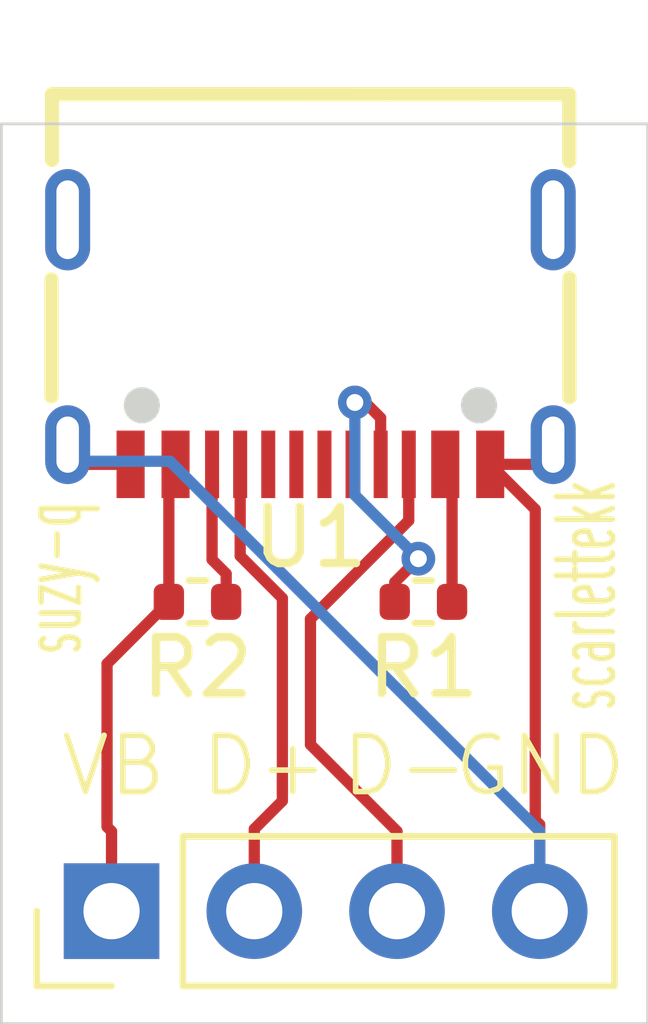
<source format=kicad_pcb>
(kicad_pcb (version 20240108) (generator "pcbnew") (generator_version "8.0")
  (layers (0 "F.Cu" signal) (31 "B.Cu" signal) (34 "B.Paste" user) (35 "F.Paste" user) (36 "B.SilkS" user "B.Silkscreen") (37 "F.SilkS" user "F.Silkscreen") (38 "B.Mask" user) (39 "F.Mask" user) (44 "Edge.Cuts" user))
  (net 0 "")
  (net 1 "VBUS")
  (net 2 "/A8_SBU1")
  (net 3 "GND")
  (net 4 "/B8_SBU2")
  (net 5 "/A5_CC1")
  (net 6 "/B6_DP2")
  (net 7 "/B5_CC2")
  (net 8 "/A7_DN1")
  (net 9 "/B7_DN2")
  (net 10 "/A6_DP1")
  (footprint "Connector_PinHeader_2.54mm:PinHeader_1x04_P2.54mm_Vertical" (layer "F.Cu") (at 55.46 41.5 90)
    (property "Reference" "J1" (hide yes))
    (property "Value" "Conn_01x04_Pin" (hide yes))
    (fp_line (start -1.33 -1.33) (end 0 -1.33) (stroke (width 0.12)) (layer "F.SilkS"))
    (fp_line (start -1.33 0) (end -1.33 -1.33) (stroke (width 0.12)) (layer "F.SilkS"))
    (fp_line (start 1.33 1.27) (end 1.33 8.95) (stroke (width 0.12)) (layer "F.SilkS"))
    (fp_line (start -1.33 1.27) (end 1.33 1.27) (stroke (width 0.12)) (layer "F.SilkS"))
    (fp_line (start -1.33 1.27) (end -1.33 8.95) (stroke (width 0.12)) (layer "F.SilkS"))
    (fp_line (start -1.33 8.95) (end 1.33 8.95) (stroke (width 0.12)) (layer "F.SilkS"))
    (pad "1" thru_hole rect (at 0 0 90) (size 1.7 1.7) (drill 1) (layers "*.Cu" "*.Mask") (net 1 "VBUS"))
    (pad "2" thru_hole oval (at 0 2.54 90) (size 1.7 1.7) (drill 1) (layers "*.Cu" "*.Mask") (net 2 "/A8_SBU1"))
    (pad "3" thru_hole oval (at 0 5.08 90) (size 1.7 1.7) (drill 1) (layers "*.Cu" "*.Mask") (net 4 "/B8_SBU2"))
    (pad "4" thru_hole oval (at 0 7.62 90) (size 1.7 1.7) (drill 1) (layers "*.Cu" "*.Mask") (net 3 "GND"))
  )
  (footprint "Resistor_SMD:R_0402_1005Metric" (layer "F.Cu") (at 56.99 36 180)
    (property "Reference" "R2" (at 0 -1.17 360) (layer "F.SilkS"))
    (property "Value" "45.3k" (hide yes))
    (fp_line (start -0.153641 0.38) (end 0.153641 0.38) (stroke (width 0.12)) (layer "F.SilkS"))
    (fp_line (start -0.153641 -0.38) (end 0.153641 -0.38) (stroke (width 0.12)) (layer "F.SilkS"))
    (pad "1" smd roundrect (at -0.51 0 180) (size 0.54 0.64) (layers "F.Cu" "F.Paste" "F.Mask") (net 7 "/B5_CC2"))
    (pad "2" smd roundrect (at 0.51 0 180) (size 0.54 0.64) (layers "F.Cu" "F.Paste" "F.Mask") (net 1 "VBUS"))
  )
  (footprint "U262-161N-4BS165:U262-161N-4BS165" (layer "F.Cu") (at 58.999 31.3795 180)
    (property "Reference" "U1" (at -0.001 -3.475 0) (layer "F.SilkS"))
    (property "Value" "~")
    (fp_line (start 4.608 -0.964) (end 4.608 1.1135) (stroke (width 0.254)) (layer "F.SilkS"))
    (fp_line (start 4.598 4.407) (end -4.606 4.405) (stroke (width 0.254)) (layer "F.SilkS"))
    (fp_line (start 4.598 3.236) (end 4.598 4.407) (stroke (width 0.254)) (layer "F.SilkS"))
    (fp_line (start -4.606 4.405) (end -4.606 3.217) (stroke (width 0.254)) (layer "F.SilkS"))
    (fp_line (start -4.61 1.135) (end -4.61 -0.982) (stroke (width 0.254)) (layer "F.SilkS"))
    (fp_poly (pts (xy 3.325 -1.125) (xy 3.3054 -1.236157) (xy 3.248964 -1.333906) (xy 3.1625 -1.406458) (xy 3.056436 -1.445063) (xy 2.943564 -1.445063) (xy 2.8375 -1.406458) (xy 2.751036 -1.333906) (xy 2.6946 -1.236157) (xy 2.675 -1.125) (xy 2.6946 -1.013843) (xy 2.751036 -0.916094) (xy 2.8375 -0.843542) (xy 2.943564 -0.804937) (xy 3.056436 -0.804937) (xy 3.1625 -0.843542) (xy 3.248964 -0.916094) (xy 3.3054 -1.013843)) (fill solid) (layer "Edge.Cuts"))
    (fp_poly (pts (xy -2.675 -1.125) (xy -2.6946 -1.236157) (xy -2.751036 -1.333906) (xy -2.8375 -1.406458) (xy -2.943564 -1.445063) (xy -3.056436 -1.445063) (xy -3.1625 -1.406458) (xy -3.248964 -1.333906) (xy -3.3054 -1.236157) (xy -3.325 -1.125) (xy -3.3054 -1.013843) (xy -3.248964 -0.916094) (xy -3.1625 -0.843542) (xy -3.056436 -0.804937) (xy -2.943564 -0.804937) (xy -2.8375 -0.843542) (xy -2.751036 -0.916094) (xy -2.6946 -1.013843)) (fill solid) (layer "Edge.Cuts"))
    (pad "1" smd rect (at -3.2 -2.175 180) (size 0.5 1.2) (layers "F.Cu" "F.Paste" "F.Mask") (net 3 "GND"))
    (pad "2" smd rect (at -2.4 -2.175 180) (size 0.5 1.2) (layers "F.Cu" "F.Paste" "F.Mask") (net 1 "VBUS"))
    (pad "3" smd rect (at -1.75 -2.175 180) (size 0.25 1.2) (layers "F.Cu" "F.Paste" "F.Mask") (net 4 "/B8_SBU2"))
    (pad "4" smd rect (at -1.25 -2.175 180) (size 0.25 1.2) (layers "F.Cu" "F.Paste" "F.Mask") (net 5 "/A5_CC1"))
    (pad "5" smd rect (at -0.75 -2.175 180) (size 0.25 1.2) (layers "F.Cu" "F.Paste" "F.Mask") (net 9 "/B7_DN2"))
    (pad "6" smd rect (at -0.25 -2.175 180) (size 0.25 1.2) (layers "F.Cu" "F.Paste" "F.Mask") (net 10 "/A6_DP1"))
    (pad "7" smd rect (at 0.25 -2.175 180) (size 0.25 1.2) (layers "F.Cu" "F.Paste" "F.Mask") (net 8 "/A7_DN1"))
    (pad "8" smd rect (at 0.75 -2.175 180) (size 0.25 1.2) (layers "F.Cu" "F.Paste" "F.Mask") (net 6 "/B6_DP2"))
    (pad "9" smd rect (at 1.25 -2.175 180) (size 0.25 1.2) (layers "F.Cu" "F.Paste" "F.Mask") (net 2 "/A8_SBU1"))
    (pad "10" smd rect (at 1.75 -2.175 180) (size 0.25 1.2) (layers "F.Cu" "F.Paste" "F.Mask") (net 7 "/B5_CC2"))
    (pad "11" smd rect (at 2.4 -2.175 180) (size 0.5 1.2) (layers "F.Cu" "F.Paste" "F.Mask") (net 1 "VBUS"))
    (pad "12" smd rect (at 3.2 -2.175 180) (size 0.5 1.2) (layers "F.Cu" "F.Paste" "F.Mask") (net 3 "GND"))
    (pad "13" thru_hole oval (at 4.32 -1.825 180) (size 0.8 1.4) (drill oval 0.4 1) (layers "*.Cu" "*.Mask") (net 3 "GND"))
    (pad "14" thru_hole oval (at 4.32 2.175 180) (size 0.8 1.8) (drill oval 0.4 1.4) (layers "*.Cu" "*.Mask") (net 3 "GND"))
    (pad "15" thru_hole oval (at -4.32 2.175 180) (size 0.8 1.8) (drill oval 0.4 1.4) (layers "*.Cu" "*.Mask") (net 3 "GND"))
    (pad "16" thru_hole oval (at -4.32 -1.825 180) (size 0.8 1.4) (drill oval 0.4 1) (layers "*.Cu" "*.Mask") (net 3 "GND"))
  )
  (footprint "Resistor_SMD:R_0402_1005Metric" (layer "F.Cu") (at 61.01 36 180)
    (property "Reference" "R1" (at 0 -1.17 360) (layer "F.SilkS"))
    (property "Value" "22k 1%" (hide yes))
    (fp_line (start -0.153641 0.38) (end 0.153641 0.38) (stroke (width 0.12)) (layer "F.SilkS"))
    (fp_line (start -0.153641 -0.38) (end 0.153641 -0.38) (stroke (width 0.12)) (layer "F.SilkS"))
    (pad "1" smd roundrect (at -0.51 0 180) (size 0.54 0.64) (layers "F.Cu" "F.Paste" "F.Mask") (net 1 "VBUS"))
    (pad "2" smd roundrect (at 0.51 0 180) (size 0.54 0.64) (layers "F.Cu" "F.Paste" "F.Mask") (net 5 "/A5_CC1"))
  )
  (gr_rect (start 53.5 27.5) (end 65 43.5) (stroke (width 0.05)) (fill none) (layer "Edge.Cuts"))
  (gr_text "GND" (at 61.5 39.5 0) (layer "F.SilkS") (effects (font (size 1 1) (thickness 0.1)) (justify left bottom)))
  (gr_text "VB" (at 54.5 39.5 0) (layer "F.SilkS") (effects (font (size 1 1) (thickness 0.1)) (justify left bottom)))
  (gr_text "D+" (at 57 39.5 0) (layer "F.SilkS") (effects (font (size 1 1) (thickness 0.1)) (justify left bottom)))
  (gr_text "suzy-q" (at 55 37 90) (layer "F.SilkS") (effects (font (size 1 0.5) (thickness 0.1)) (justify left bottom)))
  (gr_text "D-" (at 59.5 39.5 0) (layer "F.SilkS") (effects (font (size 1 1) (thickness 0.1)) (justify left bottom)))
  (gr_text "scarlettekk" (at 64.5 38 90) (layer "F.SilkS") (effects (font (size 1 0.5) (thickness 0.1)) (justify left bottom)))
  (segment (start 56.48 36) (end 56.48 33.6735) (width 0.2) (layer "F.Cu") (net 1))
  (segment (start 55.38 39) (end 55.38 37.1) (width 0.2) (layer "F.Cu") (net 1))
  (segment (start 55.38 39) (end 55.38 39.88) (width 0.2) (layer "F.Cu") (net 1))
  (segment (start 56.48 33.6735) (end 56.599 33.5545) (width 0.2) (layer "F.Cu") (net 1))
  (segment (start 61.52 36) (end 61.52 33.6755) (width 0.2) (layer "F.Cu") (net 1))
  (segment (start 55.38 40) (end 55.46 40.08) (width 0.2) (layer "F.Cu") (net 1))
  (segment (start 55.46 40.08) (end 55.46 41.5) (width 0.2) (layer "F.Cu") (net 1))
  (segment (start 55.38 37.1) (end 56.48 36) (width 0.2) (layer "F.Cu") (net 1))
  (segment (start 55.38 40) (end 55.38 39) (width 0.2) (layer "F.Cu") (net 1))
  (segment (start 61.52 33.6755) (end 61.399 33.5545) (width 0.2) (layer "F.Cu") (net 1))
  (segment (start 57.749 35.183314) (end 58.5 35.934314) (width 0.2) (layer "F.Cu") (net 2))
  (segment (start 58.5 39.54) (end 58 40.04) (width 0.2) (layer "F.Cu") (net 2))
  (segment (start 58.5 35.934314) (end 58.5 39) (width 0.2) (layer "F.Cu") (net 2))
  (segment (start 58.5 39) (end 58.5 39.42) (width 0.2) (layer "F.Cu") (net 2))
  (segment (start 58.5 39) (end 58.5 39.54) (width 0.2) (layer "F.Cu") (net 2))
  (segment (start 57.749 33.5545) (end 57.749 35.183314) (width 0.2) (layer "F.Cu") (net 2))
  (segment (start 58 40.04) (end 58 41.5) (width 0.2) (layer "F.Cu") (net 2))
  (segment (start 63.08 39.96) (end 63.08 41.5) (width 0.2) (layer "F.Cu") (net 3))
  (segment (start 62.969 33.5545) (end 63.319 33.2045) (width 0.2) (layer "F.Cu") (net 3))
  (segment (start 63 39) (end 63 34.3555) (width 0.2) (layer "F.Cu") (net 3))
  (segment (start 55.799 33.5545) (end 55.029 33.5545) (width 0.2) (layer "F.Cu") (net 3))
  (segment (start 63 40) (end 63 39) (width 0.2) (layer "F.Cu") (net 3))
  (segment (start 62.199 33.5545) (end 62.969 33.5545) (width 0.2) (layer "F.Cu") (net 3))
  (segment (start 63 39) (end 63 39.88) (width 0.2) (layer "F.Cu") (net 3))
  (segment (start 55.029 33.5545) (end 54.679 33.2045) (width 0.2) (layer "F.Cu") (net 3))
  (segment (start 63 34.3555) (end 62.199 33.5545) (width 0.2) (layer "F.Cu") (net 3))
  (segment (start 63 39.88) (end 63.08 39.96) (width 0.2) (layer "F.Cu") (net 3))
  (segment (start 56.5 33.5) (end 63.08 40.08) (width 0.2) (layer "B.Cu") (net 3))
  (segment (start 54.679 33.2045) (end 54.9745 33.5) (width 0.2) (layer "B.Cu") (net 3))
  (segment (start 63.08 40.08) (end 63.08 41.5) (width 0.2) (layer "B.Cu") (net 3))
  (segment (start 54.9745 33.5) (end 56.5 33.5) (width 0.2) (layer "B.Cu") (net 3))
  (segment (start 60.54 40.08) (end 60.54 41.5) (width 0.2) (layer "F.Cu") (net 4))
  (segment (start 60.749 34.5545) (end 59 36.3035) (width 0.2) (layer "F.Cu") (net 4))
  (segment (start 59 36.3035) (end 59 38.54) (width 0.2) (layer "F.Cu") (net 4))
  (segment (start 60.749 33.5545) (end 60.749 34.5545) (width 0.2) (layer "F.Cu") (net 4))
  (segment (start 59 38.54) (end 60.54 40.08) (width 0.2) (layer "F.Cu") (net 4))
  (segment (start 60.5 35.652027) (end 60.92 35.232027) (width 0.2) (layer "F.Cu") (net 5))
  (segment (start 59.973998 32.454498) (end 60.249 32.7295) (width 0.2) (layer "F.Cu") (net 5))
  (segment (start 60.5 36) (end 60.5 35.652027) (width 0.2) (layer "F.Cu") (net 5))
  (segment (start 59.78975 32.454498) (end 59.973998 32.454498) (width 0.2) (layer "F.Cu") (net 5))
  (segment (start 60.249 32.7295) (end 60.249 33.5545) (width 0.2) (layer "F.Cu") (net 5))
  (via (at 59.78975 32.454498) (size 0.6) (drill 0.3) (layers "F.Cu" "B.Cu") (net 5))
  (via (at 60.92 35.232027) (size 0.6) (drill 0.3) (layers "F.Cu" "B.Cu") (net 5))
  (segment (start 60.92 35.232027) (end 59.78975 34.101777) (width 0.2) (layer "B.Cu") (net 5))
  (segment (start 59.78975 34.101777) (end 59.78975 32.454498) (width 0.2) (layer "B.Cu") (net 5))
  (segment (start 57.249 35.249) (end 57.249 33.5545) (width 0.2) (layer "F.Cu") (net 7))
  (segment (start 57.5 35.5) (end 57.249 35.249) (width 0.2) (layer "F.Cu") (net 7))
  (segment (start 57.5 36) (end 57.5 35.5) (width 0.2) (layer "F.Cu") (net 7))
)
</source>
